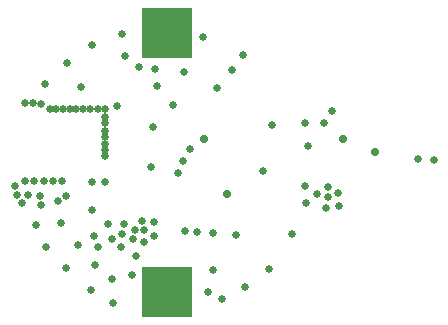
<source format=gbs>
G75*
G70*
%OFA0B0*%
%FSLAX24Y24*%
%IPPOS*%
%LPD*%
%AMOC8*
5,1,8,0,0,1.08239X$1,22.5*
%
%ADD10R,0.1655X0.1655*%
%ADD11C,0.0260*%
%ADD12C,0.0280*%
D10*
X005635Y001305D03*
X005635Y009967D03*
D11*
X002249Y002104D03*
X001607Y002807D03*
X002657Y002879D03*
X003205Y003186D03*
X003331Y002814D03*
X003789Y003084D03*
X004138Y003241D03*
X004509Y003084D03*
X004576Y003370D03*
X004878Y003401D03*
X004803Y003671D03*
X005195Y003644D03*
X005183Y003182D03*
X004878Y002971D03*
X004596Y002508D03*
X004103Y002818D03*
X004184Y003581D03*
X003667Y003585D03*
X003142Y004039D03*
X002265Y004533D03*
X001997Y004358D03*
X001446Y004227D03*
X001394Y004533D03*
X000988Y004561D03*
X000807Y004278D03*
X000637Y004568D03*
X000551Y004840D03*
X000913Y005014D03*
X001208Y005014D03*
X001523Y005014D03*
X001838Y005014D03*
X002122Y005014D03*
X003137Y004974D03*
X003572Y004979D03*
X003549Y005864D03*
X003549Y006065D03*
X003549Y006266D03*
X003549Y006478D03*
X003549Y006698D03*
X003549Y006941D03*
X003549Y007168D03*
X003549Y007403D03*
X003318Y007403D03*
X003075Y007403D03*
X002825Y007403D03*
X002609Y007403D03*
X002389Y007403D03*
X002158Y007403D03*
X001945Y007403D03*
X001733Y007403D03*
X001435Y007596D03*
X001152Y007610D03*
X000884Y007632D03*
X001577Y008248D03*
X002290Y008951D03*
X003146Y009542D03*
X004124Y009929D03*
X004216Y009196D03*
X004703Y008817D03*
X005217Y008758D03*
X005306Y008176D03*
X005838Y007546D03*
X005162Y006813D03*
X003972Y007503D03*
X002779Y008166D03*
X006208Y008664D03*
X007312Y008120D03*
X007784Y008723D03*
X008180Y009226D03*
X006825Y009817D03*
X009135Y006901D03*
X010238Y006944D03*
X010866Y006944D03*
X011139Y007354D03*
X010317Y006174D03*
X008823Y005347D03*
X010222Y004838D03*
X010629Y004598D03*
X010999Y004482D03*
X011006Y004823D03*
X011340Y004606D03*
X011362Y004199D03*
X010927Y004104D03*
X010266Y004279D03*
X009787Y003248D03*
X009015Y002094D03*
X008241Y001483D03*
X007466Y001075D03*
X007001Y001307D03*
X007151Y002043D03*
X007935Y003233D03*
X007151Y003277D03*
X006643Y003313D03*
X006243Y003342D03*
X004471Y001890D03*
X003814Y001753D03*
X003248Y002206D03*
X003085Y001380D03*
X003818Y000942D03*
X001271Y003551D03*
X002096Y003633D03*
X005096Y005477D03*
X005982Y005295D03*
X006177Y005696D03*
X006387Y006087D03*
X014007Y005742D03*
X014525Y005715D03*
D12*
X012563Y005981D03*
X011502Y006407D03*
X007636Y004581D03*
X006873Y006426D03*
M02*

</source>
